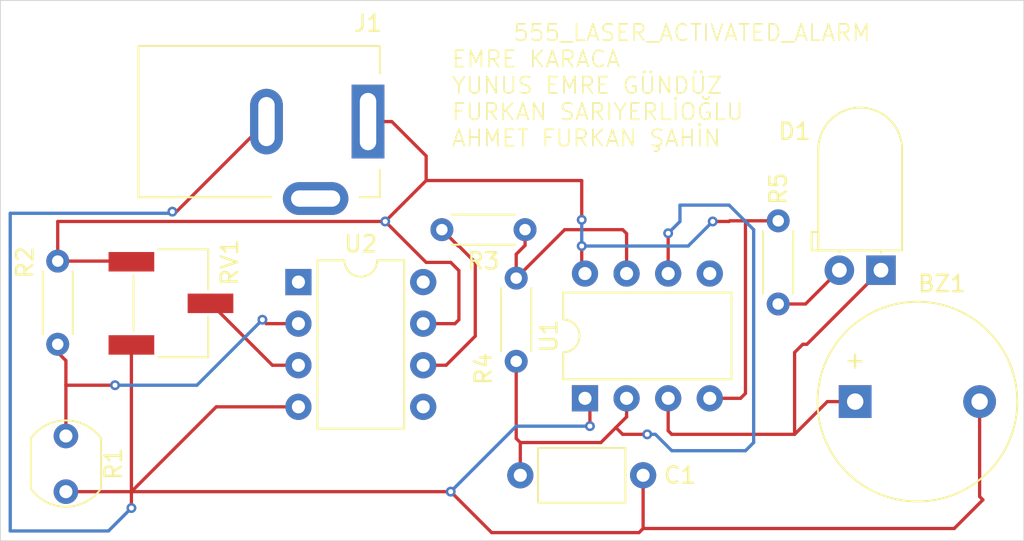
<source format=kicad_pcb>
(kicad_pcb (version 20240108) (generator "pcbnew") (generator_version "8.0")
  (layers (0 "F.Cu" signal) (31 "B.Cu" signal) (34 "B.Paste" user) (35 "F.Paste" user) (36 "B.SilkS" user "B.Silkscreen") (37 "F.SilkS" user "F.Silkscreen") (38 "B.Mask" user) (39 "F.Mask" user) (44 "Edge.Cuts" user))
  (net 0 "")
  (net 1 "Net-(BZ1-+)")
  (net 2 "GND")
  (net 3 "Net-(U1-THR)")
  (net 4 "Net-(D1-A)")
  (net 5 "Net-(U2--)")
  (net 6 "+9V")
  (net 7 "Net-(R3-Pad2)")
  (net 8 "Net-(U1-DIS)")
  (net 9 "Net-(U2-+)")
  (footprint "Package_DIP:DIP-8_W7.62mm" (layer "F.Cu") (at 107.2 73.7)
    (property "Reference" "U2" (at 3.81 -2.33 0) (layer "F.SilkS"))
    (property "Value" "LM741")
    (fp_line (start 1.16 -1.33) (end 1.16 8.95) (stroke (width 0.12)) (layer "F.SilkS"))
    (fp_line (start 1.16 8.95) (end 6.46 8.95) (stroke (width 0.12)) (layer "F.SilkS"))
    (fp_line (start 2.81 -1.33) (end 1.16 -1.33) (stroke (width 0.12)) (layer "F.SilkS"))
    (fp_line (start 6.46 -1.33) (end 4.81 -1.33) (stroke (width 0.12)) (layer "F.SilkS"))
    (fp_line (start 6.46 8.95) (end 6.46 -1.33) (stroke (width 0.12)) (layer "F.SilkS"))
    (fp_arc (start 4.81 -1.33) (mid 3.81 -0.33) (end 2.81 -1.33) (stroke (width 0.12)) (layer "F.SilkS"))
    (pad "1" thru_hole rect (at 0 0) (size 1.6 1.6) (drill 0.8) (layers "*.Cu" "*.Mask"))
    (pad "2" thru_hole oval (at 0 2.54) (size 1.6 1.6) (drill 0.8) (layers "*.Cu" "*.Mask") (net 5 "Net-(U2--)"))
    (pad "3" thru_hole oval (at 0 5.08) (size 1.6 1.6) (drill 0.8) (layers "*.Cu" "*.Mask") (net 9 "Net-(U2-+)"))
    (pad "4" thru_hole oval (at 0 7.62) (size 1.6 1.6) (drill 0.8) (layers "*.Cu" "*.Mask") (net 2 "GND"))
    (pad "5" thru_hole oval (at 7.62 7.62) (size 1.6 1.6) (drill 0.8) (layers "*.Cu" "*.Mask"))
    (pad "6" thru_hole oval (at 7.62 5.08) (size 1.6 1.6) (drill 0.8) (layers "*.Cu" "*.Mask") (net 7 "Net-(R3-Pad2)"))
    (pad "7" thru_hole oval (at 7.62 2.54) (size 1.6 1.6) (drill 0.8) (layers "*.Cu" "*.Mask") (net 6 "+9V"))
    (pad "8" thru_hole oval (at 7.62 0) (size 1.6 1.6) (drill 0.8) (layers "*.Cu" "*.Mask"))
  )
  (footprint "Capacitor_THT:C_Axial_L5.1mm_D3.1mm_P7.50mm_Horizontal" (layer "F.Cu") (at 120.75 85.5)
    (property "Reference" "C1" (at 9.75 0 0) (layer "F.SilkS"))
    (property "Value" "10nF")
    (fp_line (start 1.04 0) (end 1.08 0) (stroke (width 0.12)) (layer "F.SilkS"))
    (fp_line (start 1.08 -1.67) (end 1.08 1.67) (stroke (width 0.12)) (layer "F.SilkS"))
    (fp_line (start 1.08 1.67) (end 6.42 1.67) (stroke (width 0.12)) (layer "F.SilkS"))
    (fp_line (start 6.42 -1.67) (end 1.08 -1.67) (stroke (width 0.12)) (layer "F.SilkS"))
    (fp_line (start 6.42 1.67) (end 6.42 -1.67) (stroke (width 0.12)) (layer "F.SilkS"))
    (fp_line (start 6.46 0) (end 6.42 0) (stroke (width 0.12)) (layer "F.SilkS"))
    (pad "1" thru_hole circle (at 0 0) (size 1.6 1.6) (drill 0.8) (layers "*.Cu" "*.Mask") (net 3 "Net-(U1-THR)"))
    (pad "2" thru_hole oval (at 7.5 0) (size 1.6 1.6) (drill 0.8) (layers "*.Cu" "*.Mask") (net 2 "GND"))
  )
  (footprint "LED_THT:LED_D5.0mm_Horizontal_O1.27mm_Z3.0mm" (layer "F.Cu") (at 142.775 72.975 180)
    (property "Reference" "D1" (at 5.275 8.475 0) (layer "F.SilkS"))
    (property "Value" "LED")
    (fp_line (start 4.23 2.33) (end 3.83 2.33) (stroke (width 0.12)) (layer "F.SilkS"))
    (fp_line (start 4.23 1.21) (end 4.23 2.33) (stroke (width 0.12)) (layer "F.SilkS"))
    (fp_line (start 3.83 2.33) (end 3.83 1.21) (stroke (width 0.12)) (layer "F.SilkS"))
    (fp_line (start 3.83 1.21) (end 4.23 1.21) (stroke (width 0.12)) (layer "F.SilkS"))
    (fp_line (start 3.83 1.21) (end 3.83 7.37) (stroke (width 0.12)) (layer "F.SilkS"))
    (fp_line (start 2.54 1.21) (end 2.54 1.21) (stroke (width 0.12)) (layer "F.SilkS"))
    (fp_line (start 2.54 1.21) (end 2.54 1.08) (stroke (width 0.12)) (layer "F.SilkS"))
    (fp_line (start 2.54 1.08) (end 2.54 1.21) (stroke (width 0.12)) (layer "F.SilkS"))
    (fp_line (start 2.54 1.08) (end 2.54 1.08) (stroke (width 0.12)) (layer "F.SilkS"))
    (fp_line (start 0 1.21) (end 0 1.21) (stroke (width 0.12)) (layer "F.SilkS"))
    (fp_line (start 0 1.21) (end 0 1.08) (stroke (width 0.12)) (layer "F.SilkS"))
    (fp_line (start 0 1.08) (end 0 1.21) (stroke (width 0.12)) (layer "F.SilkS"))
    (fp_line (start 0 1.08) (end 0 1.08) (stroke (width 0.12)) (layer "F.SilkS"))
    (fp_line (start -1.29 1.21) (end 3.83 1.21) (stroke (width 0.12)) (layer "F.SilkS"))
    (fp_line (start -1.29 1.21) (end -1.29 7.37) (stroke (width 0.12)) (layer "F.SilkS"))
    (fp_arc (start 3.83 7.37) (mid 1.27 9.93) (end -1.29 7.37) (stroke (width 0.12)) (layer "F.SilkS"))
    (pad "1" thru_hole rect (at 0 0 180) (size 1.8 1.8) (drill 0.9) (layers "*.Cu" "*.Mask") (net 1 "Net-(BZ1-+)"))
    (pad "2" thru_hole circle (at 2.54 0 180) (size 1.8 1.8) (drill 0.9) (layers "*.Cu" "*.Mask") (net 4 "Net-(D1-A)"))
  )
  (footprint "OptoDevice:R_LDR_5.1x4.3mm_P3.4mm_Vertical" (layer "F.Cu") (at 93 83.1 -90)
    (property "Reference" "R1" (at 1.7 -2.9 90) (layer "F.SilkS"))
    (property "Value" "R_Photo")
    (fp_line (start 0.15 2.15) (end 3.2 2.15) (stroke (width 0.12)) (layer "F.SilkS"))
    (fp_line (start 0.15 -2.15) (end 3.2 -2.15) (stroke (width 0.12)) (layer "F.SilkS"))
    (fp_arc (start 0.15 2.15) (mid -0.950438 -0.013368) (end 0.171766 -2.165525) (stroke (width 0.12)) (layer "F.SilkS"))
    (fp_arc (start 3.2 -2.15) (mid 4.321403 -0.027338) (end 3.244513 2.118249) (stroke (width 0.12)) (layer "F.SilkS"))
    (pad "1" thru_hole circle (at 0 0 270) (size 1.5 1.5) (drill 0.8) (layers "*.Cu" "*.Mask") (net 5 "Net-(U2--)"))
    (pad "2" thru_hole circle (at 3.4 0 270) (size 1.5 1.5) (drill 0.8) (layers "*.Cu" "*.Mask") (net 2 "GND"))
  )
  (footprint "Resistor_THT:R_Axial_DIN0204_L3.6mm_D1.6mm_P5.08mm_Horizontal" (layer "F.Cu") (at 120.5 73.46 -90)
    (property "Reference" "R4" (at 5.54 2 90) (layer "F.SilkS"))
    (property "Value" "10k")
    (fp_line (start 0.62 0.92) (end 4.46 0.92) (stroke (width 0.12)) (layer "F.SilkS"))
    (fp_line (start 0.62 -0.92) (end 4.46 -0.92) (stroke (width 0.12)) (layer "F.SilkS"))
    (pad "1" thru_hole circle (at 0 0 270) (size 1.4 1.4) (drill 0.7) (layers "*.Cu" "*.Mask") (net 8 "Net-(U1-DIS)"))
    (pad "2" thru_hole oval (at 5.08 0 270) (size 1.4 1.4) (drill 0.7) (layers "*.Cu" "*.Mask") (net 3 "Net-(U1-THR)"))
  )
  (footprint "Package_DIP:DIP-8_W7.62mm" (layer "F.Cu") (at 124.7 80.8 90)
    (property "Reference" "U1" (at 3.8 -2.2 90) (layer "F.SilkS"))
    (property "Value" "NE555P")
    (fp_line (start 6.46 -1.33) (end 4.81 -1.33) (stroke (width 0.12)) (layer "F.SilkS"))
    (fp_line (start 2.81 -1.33) (end 1.16 -1.33) (stroke (width 0.12)) (layer "F.SilkS"))
    (fp_line (start 1.16 -1.33) (end 1.16 8.95) (stroke (width 0.12)) (layer "F.SilkS"))
    (fp_line (start 6.46 8.95) (end 6.46 -1.33) (stroke (width 0.12)) (layer "F.SilkS"))
    (fp_line (start 1.16 8.95) (end 6.46 8.95) (stroke (width 0.12)) (layer "F.SilkS"))
    (fp_arc (start 4.81 -1.33) (mid 3.81 -0.33) (end 2.81 -1.33) (stroke (width 0.12)) (layer "F.SilkS"))
    (pad "1" thru_hole rect (at 0 0 90) (size 1.6 1.6) (drill 0.8) (layers "*.Cu" "*.Mask") (net 2 "GND"))
    (pad "2" thru_hole oval (at 0 2.54 90) (size 1.6 1.6) (drill 0.8) (layers "*.Cu" "*.Mask") (net 3 "Net-(U1-THR)"))
    (pad "3" thru_hole oval (at 0 5.08 90) (size 1.6 1.6) (drill 0.8) (layers "*.Cu" "*.Mask") (net 1 "Net-(BZ1-+)"))
    (pad "4" thru_hole oval (at 0 7.62 90) (size 1.6 1.6) (drill 0.8) (layers "*.Cu" "*.Mask") (net 6 "+9V"))
    (pad "5" thru_hole oval (at 7.62 7.62 90) (size 1.6 1.6) (drill 0.8) (layers "*.Cu" "*.Mask"))
    (pad "6" thru_hole oval (at 7.62 5.08 90) (size 1.6 1.6) (drill 0.8) (layers "*.Cu" "*.Mask") (net 3 "Net-(U1-THR)"))
    (pad "7" thru_hole oval (at 7.62 2.54 90) (size 1.6 1.6) (drill 0.8) (layers "*.Cu" "*.Mask") (net 8 "Net-(U1-DIS)"))
    (pad "8" thru_hole oval (at 7.62 0 90) (size 1.6 1.6) (drill 0.8) (layers "*.Cu" "*.Mask") (net 6 "+9V"))
  )
  (footprint "Resistor_THT:R_Axial_DIN0204_L3.6mm_D1.6mm_P5.08mm_Horizontal" (layer "F.Cu") (at 121.04 70.5 180)
    (property "Reference" "R3" (at 2.54 -1.92 0) (layer "F.SilkS"))
    (property "Value" "27k")
    (fp_line (start 0.62 0.92) (end 4.46 0.92) (stroke (width 0.12)) (layer "F.SilkS"))
    (fp_line (start 0.62 -0.92) (end 4.46 -0.92) (stroke (width 0.12)) (layer "F.SilkS"))
    (pad "1" thru_hole circle (at 0 0 180) (size 1.4 1.4) (drill 0.7) (layers "*.Cu" "*.Mask") (net 8 "Net-(U1-DIS)"))
    (pad "2" thru_hole oval (at 5.08 0 180) (size 1.4 1.4) (drill 0.7) (layers "*.Cu" "*.Mask") (net 7 "Net-(R3-Pad2)"))
  )
  (footprint "Resistor_THT:R_Axial_DIN0204_L3.6mm_D1.6mm_P5.08mm_Horizontal" (layer "F.Cu") (at 136.5 69.96 -90)
    (property "Reference" "R5" (at -1.96 0 90) (layer "F.SilkS"))
    (property "Value" "220")
    (fp_line (start 0.62 0.92) (end 4.46 0.92) (stroke (width 0.12)) (layer "F.SilkS"))
    (fp_line (start 0.62 -0.92) (end 4.46 -0.92) (stroke (width 0.12)) (layer "F.SilkS"))
    (pad "1" thru_hole circle (at 0 0 270) (size 1.4 1.4) (drill 0.7) (layers "*.Cu" "*.Mask") (net 6 "+9V"))
    (pad "2" thru_hole oval (at 5.08 0 270) (size 1.4 1.4) (drill 0.7) (layers "*.Cu" "*.Mask") (net 4 "Net-(D1-A)"))
  )
  (footprint "Potentiometer_SMD:Potentiometer_Bourns_3269W_Vertical" (layer "F.Cu") (at 99.415 75 90)
    (property "Reference" "RV1" (at 2.5 3.585 90) (layer "F.SilkS"))
    (property "Value" "50k")
    (fp_line (start -1.705 -2.285) (end 1.705 -2.285) (stroke (width 0.12)) (layer "F.SilkS"))
    (fp_line (start 3.295 -0.779) (end 3.295 2.275) (stroke (width 0.12)) (layer "F.SilkS"))
    (fp_line (start -3.295 -0.779) (end -3.295 2.275) (stroke (width 0.12)) (layer "F.SilkS"))
    (fp_line (start 0.835 2.275) (end 3.295 2.275) (stroke (width 0.12)) (layer "F.SilkS"))
    (fp_line (start -3.295 2.275) (end -0.835 2.275) (stroke (width 0.12)) (layer "F.SilkS"))
    (pad "1" smd rect (at 2.54 -2.415 90) (size 1.19 2.79) (layers "F.Cu" "F.Paste" "F.Mask") (net 6 "+9V"))
    (pad "2" smd rect (at 0 2.415 90) (size 1.19 2.79) (layers "F.Cu" "F.Paste" "F.Mask") (net 9 "Net-(U2-+)"))
    (pad "3" smd rect (at -2.54 -2.415 90) (size 1.19 2.79) (layers "F.Cu" "F.Paste" "F.Mask") (net 2 "GND"))
  )
  (footprint "Resistor_THT:R_Axial_DIN0204_L3.6mm_D1.6mm_P5.08mm_Horizontal" (layer "F.Cu") (at 92.5 72.42 -90)
    (property "Reference" "R2" (at 0.08 2 90) (layer "F.SilkS"))
    (property "Value" "10k")
    (fp_line (start 0.62 0.92) (end 4.46 0.92) (stroke (width 0.12)) (layer "F.SilkS"))
    (fp_line (start 0.62 -0.92) (end 4.46 -0.92) (stroke (width 0.12)) (layer "F.SilkS"))
    (pad "1" thru_hole circle (at 0 0 270) (size 1.4 1.4) (drill 0.7) (layers "*.Cu" "*.Mask") (net 6 "+9V"))
    (pad "2" thru_hole oval (at 5.08 0 270) (size 1.4 1.4) (drill 0.7) (layers "*.Cu" "*.Mask") (net 5 "Net-(U2--)"))
  )
  (footprint "Buzzer_Beeper:Buzzer_12x9.5RM7.6" (layer "F.Cu") (at 141.2 81)
    (property "Reference" "BZ1" (at 5.3 -7.2 0) (layer "F.SilkS"))
    (property "Value" "Buzzer")
    (fp_circle (center 3.8 0) (end 9.9 0) (stroke (width 0.12)) (fill none) (layer "F.SilkS"))
    (fp_text user "+" (at -0.01 -2.54 0) (layer "F.SilkS"))
    (pad "1" thru_hole rect (at 0 0) (size 2 2) (drill 1) (layers "*.Cu" "*.Mask") (net 1 "Net-(BZ1-+)"))
    (pad "2" thru_hole circle (at 7.6 0) (size 2 2) (drill 1) (layers "*.Cu" "*.Mask") (net 2 "GND"))
  )
  (footprint "Connector_BarrelJack:BarrelJack_Kycon_KLDX-0202-xC_Horizontal" (layer "F.Cu") (at 111.45 63.9)
    (property "Reference" "J1" (at 0 -6 0) (layer "F.SilkS"))
    (property "Value" "Barrel_Jack_MountingPin")
    (fp_line (start -14.02 -4.62) (end -14.02 4.62) (stroke (width 0.12)) (layer "F.SilkS"))
    (fp_line (start -14.02 4.62) (end -5.9 4.62) (stroke (width 0.12)) (layer "F.SilkS"))
    (fp_line (start -0.5 4.62) (end 0.72 4.62) (stroke (width 0.12)) (layer "F.SilkS"))
    (fp_line (start 0.72 -4.62) (end -14.02 -4.62) (stroke (width 0.12)) (layer "F.SilkS"))
    (fp_line (start 0.72 -2.95) (end 0.72 -4.62) (stroke (width 0.12)) (layer "F.SilkS"))
    (fp_line (start 0.72 4.62) (end 0.72 2.95) (stroke (width 0.12)) (layer "F.SilkS"))
    (pad "1" thru_hole rect (at 0 0) (size 2 4.5) (drill oval 1 3.5) (layers "*.Cu" "*.Mask") (net 6 "+9V"))
    (pad "2" thru_hole oval (at -6.2 0) (size 2 4) (drill oval 1 3) (layers "*.Cu" "*.Mask") (net 2 "GND"))
    (pad "3" thru_hole oval (at -3.2 4.7 90) (size 2 4) (drill oval 1 3) (layers "*.Cu" "*.Mask"))
  )
  (gr_rect (start 89 56.5) (end 151.5 89.5) (stroke (width 0.05)) (fill none) (layer "Edge.Cuts"))
  (gr_text "	555_LASER_ACTIVATED_ALARM\nEMRE KARACA\nYUNUS EMRE GÜNDÜZ\nFURKAN SARIYERLİOĞLU\nAHMET FURKAN ŞAHİN" (at 116.5 65.5 0) (layer "F.SilkS") (effects (font (size 1 1) (thickness 0.1)) (justify left bottom)))
  (segment (start 138 77.5) (end 138.25 77.5) (width 0.2) (layer "F.Cu") (net 1))
  (segment (start 137.5 78) (end 138 77.5) (width 0.2) (layer "F.Cu") (net 1))
  (segment (start 137.5 83) (end 137.5 78) (width 0.2) (layer "F.Cu") (net 1))
  (segment (start 129.78 80.8) (end 129.78 82.78) (width 0.2) (layer "F.Cu") (net 1))
  (segment (start 130 83) (end 137.5 83) (width 0.2) (layer "F.Cu") (net 1))
  (segment (start 138.25 77.5) (end 142.775 72.975) (width 0.2) (layer "F.Cu") (net 1))
  (segment (start 129.78 82.78) (end 130 83) (width 0.2) (layer "F.Cu") (net 1))
  (segment (start 137.5 83) (end 139.5 81) (width 0.2) (layer "F.Cu") (net 1))
  (segment (start 139.5 81) (end 141.2 81) (width 0.2) (layer "F.Cu") (net 1))
  (segment (start 119 89) (end 128 89) (width 0.2) (layer "F.Cu") (net 2))
  (segment (start 97 86.5) (end 116.5 86.5) (width 0.2) (layer "F.Cu") (net 2))
  (segment (start 102.18 81.32) (end 107.2 81.32) (width 0.2) (layer "F.Cu") (net 2))
  (segment (start 93 86.5) (end 97 86.5) (width 0.2) (layer "F.Cu") (net 2))
  (segment (start 148.8 86.8) (end 148.8 81) (width 0.2) (layer "F.Cu") (net 2))
  (segment (start 125 82.5) (end 125 81.1) (width 0.2) (layer "F.Cu") (net 2))
  (segment (start 116.5 86.5) (end 119 89) (width 0.2) (layer "F.Cu") (net 2))
  (segment (start 97 86.5) (end 102.18 81.32) (width 0.2) (layer "F.Cu") (net 2))
  (segment (start 128.25 88.75) (end 147.25 88.75) (width 0.2) (layer "F.Cu") (net 2))
  (segment (start 99.75 69.4) (end 105.25 63.9) (width 0.2) (layer "F.Cu") (net 2))
  (segment (start 125 81.1) (end 124.7 80.8) (width 0.2) (layer "F.Cu") (net 2))
  (segment (start 128.25 88.75) (end 128.25 85.5) (width 0.2) (layer "F.Cu") (net 2))
  (segment (start 97 87.5) (end 97 86.5) (width 0.2) (layer "F.Cu") (net 2))
  (segment (start 99.5 69.4) (end 99.75 69.4) (width 0.2) (layer "F.Cu") (net 2))
  (segment (start 97 86.5) (end 97 77.54) (width 0.2) (layer "F.Cu") (net 2))
  (segment (start 149 87) (end 148.8 86.8) (width 0.2) (layer "F.Cu") (net 2))
  (segment (start 128 89) (end 128.25 88.75) (width 0.2) (layer "F.Cu") (net 2))
  (segment (start 147.25 88.75) (end 149 87) (width 0.2) (layer "F.Cu") (net 2))
  (via (at 125 82.5) (size 0.6) (drill 0.3) (layers "F.Cu" "B.Cu") (net 2))
  (via (at 97 87.5) (size 0.6) (drill 0.3) (layers "F.Cu" "B.Cu") (net 2))
  (via (at 99.5 69.4) (size 0.6) (drill 0.3) (layers "F.Cu" "B.Cu") (net 2))
  (via (at 116.5 86.5) (size 0.6) (drill 0.3) (layers "F.Cu" "B.Cu") (net 2))
  (segment (start 99.5 69.5) (end 89.6 69.5) (width 0.2) (layer "B.Cu") (net 2))
  (segment (start 116.5 86.5) (end 120.5 82.5) (width 0.2) (layer "B.Cu") (net 2))
  (segment (start 124.5 82.5) (end 125 82.5) (width 0.2) (layer "B.Cu") (net 2))
  (segment (start 99.5 69.5) (end 99.5 69.4) (width 0.2) (layer "B.Cu") (net 2))
  (segment (start 120.5 82.5) (end 124.5 82.5) (width 0.2) (layer "B.Cu") (net 2))
  (segment (start 89.6 88.9) (end 95.6 88.9) (width 0.2) (layer "B.Cu") (net 2))
  (segment (start 89.6 69.5) (end 89.6 88.9) (width 0.2) (layer "B.Cu") (net 2))
  (segment (start 95.6 88.9) (end 97 87.5) (width 0.2) (layer "B.Cu") (net 2))
  (segment (start 125.67137 83.5) (end 126.585685 82.585685) (width 0.2) (layer "F.Cu") (net 3))
  (segment (start 120.75 83.5) (end 120.5 83.25) (width 0.2) (layer "F.Cu") (net 3))
  (segment (start 120.75 85.5) (end 120.75 83.5) (width 0.2) (layer "F.Cu") (net 3))
  (segment (start 127.24 81.93137) (end 127.24 80.8) (width 0.2) (layer "F.Cu") (net 3))
  (segment (start 126.585685 82.585685) (end 127.24 81.93137) (width 0.2) (layer "F.Cu") (net 3))
  (segment (start 120.5 83.25) (end 120.5 78.54) (width 0.2) (layer "F.Cu") (net 3))
  (segment (start 120.75 83.5) (end 125.67137 83.5) (width 0.2) (layer "F.Cu") (net 3))
  (segment (start 129.78 73.18) (end 129.78 70.72) (width 0.2) (layer "F.Cu") (net 3))
  (segment (start 120.75 78.79) (end 121 78.54) (width 0.2) (layer "F.Cu") (net 3))
  (segment (start 126.585685 82.585685) (end 127 83) (width 0.2) (layer "F.Cu") (net 3))
  (segment (start 127 83) (end 128.5 83) (width 0.2) (layer "F.Cu") (net 3))
  (via (at 129.78 70.72) (size 0.6) (drill 0.3) (layers "F.Cu" "B.Cu") (net 3))
  (via (at 128.5 83) (size 0.6) (drill 0.3) (layers "F.Cu" "B.Cu") (net 3))
  (segment (start 130 84) (end 129 83) (width 0.2) (layer "B.Cu") (net 3))
  (segment (start 130.5 70) (end 130.5 69) (width 0.2) (layer "B.Cu") (net 3))
  (segment (start 130.5 69) (end 133.5 69) (width 0.2) (layer "B.Cu") (net 3))
  (segment (start 135 70.5) (end 135 83.5) (width 0.2) (layer "B.Cu") (net 3))
  (segment (start 133.5 69) (end 135 70.5) (width 0.2) (layer "B.Cu") (net 3))
  (segment (start 129 83) (end 128.5 83) (width 0.2) (layer "B.Cu") (net 3))
  (segment (start 129.78 70.72) (end 130.5 70) (width 0.2) (layer "B.Cu") (net 3))
  (segment (start 135 83.5) (end 134.5 84) (width 0.2) (layer "B.Cu") (net 3))
  (segment (start 134.5 84) (end 130 84) (width 0.2) (layer "B.Cu") (net 3))
  (segment (start 138.17 75.04) (end 140.235 72.975) (width 0.2) (layer "F.Cu") (net 4))
  (segment (start 136.5 75.04) (end 138.17 75.04) (width 0.2) (layer "F.Cu") (net 4))
  (segment (start 93 78.5) (end 93 80) (width 0.2) (layer "F.Cu") (net 5))
  (segment (start 93 80) (end 93 83.1) (width 0.2) (layer "F.Cu") (net 5))
  (segment (start 93 80) (end 96 80) (width 0.2) (layer "F.Cu") (net 5))
  (segment (start 105.24 76.24) (end 107.2 76.24) (width 0.2) (layer "F.Cu") (net 5))
  (segment (start 105 76) (end 105.24 76.24) (width 0.2) (layer "F.Cu") (net 5))
  (segment (start 92.5 77.5) (end 92.5 78) (width 0.2) (layer "F.Cu") (net 5))
  (segment (start 92.5 78) (end 93 78.5) (width 0.2) (layer "F.Cu") (net 5))
  (via (at 96 80) (size 0.6) (drill 0.3) (layers "F.Cu" "B.Cu") (net 5))
  (via (at 105 76) (size 0.6) (drill 0.3) (layers "F.Cu" "B.Cu") (net 5))
  (segment (start 101 80) (end 105 76) (width 0.2) (layer "B.Cu") (net 5))
  (segment (start 96 80) (end 101 80) (width 0.2) (layer "B.Cu") (net 5))
  (segment (start 115 67.5) (end 112.5 70) (width 0.2) (layer "F.Cu") (net 6))
  (segment (start 115 66) (end 115 67.5) (width 0.2) (layer "F.Cu") (net 6))
  (segment (start 96.96 72.42) (end 97 72.46) (width 0.2) (layer "F.Cu") (net 6))
  (segment (start 112.5 70) (end 115 72.5) (width 0.2) (layer "F.Cu") (net 6))
  (segment (start 124.5 72.98) (end 124.7 73.18) (width 0.2) (layer "F.Cu") (net 6))
  (segment (start 116.76 76.24) (end 117 76) (width 0.2) (layer "F.Cu") (net 6))
  (segment (start 117 73) (end 116.5 72.5) (width 0.2) (layer "F.Cu") (net 6))
  (segment (start 133.54 69.96) (end 134.5 69.96) (width 0.2) (layer "F.Cu") (net 6))
  (segment (start 117 76) (end 117 73) (width 0.2) (layer "F.Cu") (net 6))
  (segment (start 124.5 67.5) (end 124.5 69.9) (width 0.2) (layer "F.Cu") (net 6))
  (segment (start 115 67.5) (end 124.5 67.5) (width 0.2) (layer "F.Cu") (net 6))
  (segment (start 92.5 72.42) (end 96.96 72.42) (width 0.2) (layer "F.Cu") (net 6))
  (segment (start 134.5 80.5) (end 134.5 69.96) (width 0.2) (layer "F.Cu") (net 6))
  (segment (start 92.5 70) (end 112.5 70) (width 0.2) (layer "F.Cu") (net 6))
  (segment (start 115 72.5) (end 116.5 72.5) (width 0.2) (layer "F.Cu") (net 6))
  (segment (start 114.82 76.24) (end 116.76 76.24) (width 0.2) (layer "F.Cu") (net 6))
  (segment (start 134.2 80.8) (end 134.5 80.5) (width 0.2) (layer "F.Cu") (net 6))
  (segment (start 92.5 72.42) (end 92.5 70) (width 0.2) (layer "F.Cu") (net 6))
  (segment (start 133.5 70) (end 133.54 69.96) (width 0.2) (layer "F.Cu") (net 6))
  (segment (start 112.9 63.9) (end 115 66) (width 0.2) (layer "F.Cu") (net 6))
  (segment (start 111.45 63.9) (end 112.9 63.9) (width 0.2) (layer "F.Cu") (net 6))
  (segment (start 124.5 71.5) (end 124.5 72.98) (width 0.2) (layer "F.Cu") (net 6))
  (segment (start 132.32 80.8) (end 134.2 80.8) (width 0.2) (layer "F.Cu") (net 6))
  (segment (start 134.5 69.96) (end 136.5 69.96) (width 0.2) (layer "F.Cu") (net 6))
  (segment (start 132.5 70) (end 133.5 70) (width 0.2) (layer "F.Cu") (net 6))
  (via (at 132.5 70) (size 0.6) (drill 0.3) (layers "F.Cu" "B.Cu") (net 6))
  (via (at 124.5 71.5) (size 0.6) (drill 0.3) (layers "F.Cu" "B.Cu") (net 6))
  (via (at 112.5 70) (size 0.6) (drill 0.3) (layers "F.Cu" "B.Cu") (net 6))
  (via (at 124.5 69.9) (size 0.6) (drill 0.3) (layers "F.Cu" "B.Cu") (net 6))
  (segment (start 131 71.5) (end 132.5 70) (width 0.2) (layer "B.Cu") (net 6))
  (segment (start 124.5 71.5) (end 131 71.5) (width 0.2) (layer "B.Cu") (net 6))
  (segment (start 124.5 69.9) (end 124.5 71.5) (width 0.2) (layer "B.Cu") (net 6))
  (segment (start 117 71.5) (end 116.96 71.5) (width 0.2) (layer "F.Cu") (net 7))
  (segment (start 116.22 78.78) (end 118 77) (width 0.2) (layer "F.Cu") (net 7))
  (segment (start 118 77) (end 118 72.5) (width 0.2) (layer "F.Cu") (net 7))
  (segment (start 118 72.5) (end 117 71.5) (width 0.2) (layer "F.Cu") (net 7))
  (segment (start 114.82 78.78) (end 116.22 78.78) (width 0.2) (layer "F.Cu") (net 7))
  (segment (start 116.96 71.5) (end 115.96 70.5) (width 0.2) (layer "F.Cu") (net 7))
  (segment (start 121 70.54) (end 121.04 70.5) (width 0.2) (layer "F.Cu") (net 8))
  (segment (start 120.5 73.46) (end 120.5 72) (width 0.2) (layer "F.Cu") (net 8))
  (segment (start 123.46 70.5) (end 127 70.5) (width 0.2) (layer "F.Cu") (net 8))
  (segment (start 120.5 73.46) (end 123.46 70.5) (width 0.2) (layer "F.Cu") (net 8))
  (segment (start 120.5 72) (end 121.04 71.46) (width 0.2) (layer "F.Cu") (net 8))
  (segment (start 127 70.5) (end 127.24 70.74) (width 0.2) (layer "F.Cu") (net 8))
  (segment (start 121.04 71.46) (end 121.04 70.5) (width 0.2) (layer "F.Cu") (net 8))
  (segment (start 127.24 70.74) (end 127.24 73.18) (width 0.2) (layer "F.Cu") (net 8))
  (segment (start 101.83 75) (end 105.61 78.78) (width 0.2) (layer "F.Cu") (net 9))
  (segment (start 105.61 78.78) (end 107.2 78.78) (width 0.2) (layer "F.Cu") (net 9))
)
</source>
